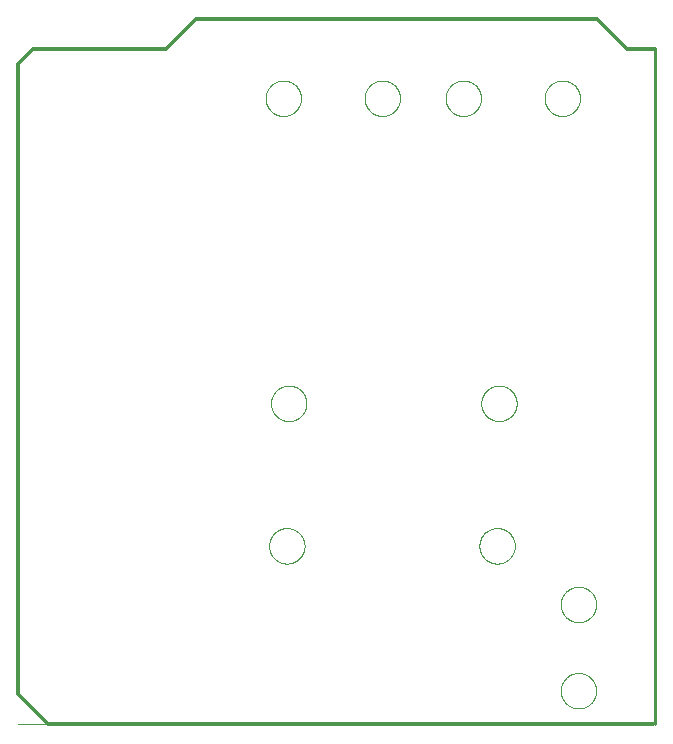
<source format=gtp>
G75*
%MOIN*%
%OFA0B0*%
%FSLAX25Y25*%
%IPPOS*%
%LPD*%
%AMOC8*
5,1,8,0,0,1.08239X$1,22.5*
%
%ADD10C,0.00000*%
%ADD11C,0.01000*%
%ADD12C,0.01200*%
D10*
X0005000Y0005000D02*
X0015000Y0005000D01*
X0208701Y0005000D01*
X0185959Y0016250D02*
X0185961Y0016403D01*
X0185967Y0016557D01*
X0185977Y0016710D01*
X0185991Y0016862D01*
X0186009Y0017015D01*
X0186031Y0017166D01*
X0186056Y0017317D01*
X0186086Y0017468D01*
X0186120Y0017618D01*
X0186157Y0017766D01*
X0186198Y0017914D01*
X0186243Y0018060D01*
X0186292Y0018206D01*
X0186345Y0018350D01*
X0186401Y0018492D01*
X0186461Y0018633D01*
X0186525Y0018773D01*
X0186592Y0018911D01*
X0186663Y0019047D01*
X0186738Y0019181D01*
X0186815Y0019313D01*
X0186897Y0019443D01*
X0186981Y0019571D01*
X0187069Y0019697D01*
X0187160Y0019820D01*
X0187254Y0019941D01*
X0187352Y0020059D01*
X0187452Y0020175D01*
X0187556Y0020288D01*
X0187662Y0020399D01*
X0187771Y0020507D01*
X0187883Y0020612D01*
X0187997Y0020713D01*
X0188115Y0020812D01*
X0188234Y0020908D01*
X0188356Y0021001D01*
X0188481Y0021090D01*
X0188608Y0021177D01*
X0188737Y0021259D01*
X0188868Y0021339D01*
X0189001Y0021415D01*
X0189136Y0021488D01*
X0189273Y0021557D01*
X0189412Y0021622D01*
X0189552Y0021684D01*
X0189694Y0021742D01*
X0189837Y0021797D01*
X0189982Y0021848D01*
X0190128Y0021895D01*
X0190275Y0021938D01*
X0190423Y0021977D01*
X0190572Y0022013D01*
X0190722Y0022044D01*
X0190873Y0022072D01*
X0191024Y0022096D01*
X0191177Y0022116D01*
X0191329Y0022132D01*
X0191482Y0022144D01*
X0191635Y0022152D01*
X0191788Y0022156D01*
X0191942Y0022156D01*
X0192095Y0022152D01*
X0192248Y0022144D01*
X0192401Y0022132D01*
X0192553Y0022116D01*
X0192706Y0022096D01*
X0192857Y0022072D01*
X0193008Y0022044D01*
X0193158Y0022013D01*
X0193307Y0021977D01*
X0193455Y0021938D01*
X0193602Y0021895D01*
X0193748Y0021848D01*
X0193893Y0021797D01*
X0194036Y0021742D01*
X0194178Y0021684D01*
X0194318Y0021622D01*
X0194457Y0021557D01*
X0194594Y0021488D01*
X0194729Y0021415D01*
X0194862Y0021339D01*
X0194993Y0021259D01*
X0195122Y0021177D01*
X0195249Y0021090D01*
X0195374Y0021001D01*
X0195496Y0020908D01*
X0195615Y0020812D01*
X0195733Y0020713D01*
X0195847Y0020612D01*
X0195959Y0020507D01*
X0196068Y0020399D01*
X0196174Y0020288D01*
X0196278Y0020175D01*
X0196378Y0020059D01*
X0196476Y0019941D01*
X0196570Y0019820D01*
X0196661Y0019697D01*
X0196749Y0019571D01*
X0196833Y0019443D01*
X0196915Y0019313D01*
X0196992Y0019181D01*
X0197067Y0019047D01*
X0197138Y0018911D01*
X0197205Y0018773D01*
X0197269Y0018633D01*
X0197329Y0018492D01*
X0197385Y0018350D01*
X0197438Y0018206D01*
X0197487Y0018060D01*
X0197532Y0017914D01*
X0197573Y0017766D01*
X0197610Y0017618D01*
X0197644Y0017468D01*
X0197674Y0017317D01*
X0197699Y0017166D01*
X0197721Y0017015D01*
X0197739Y0016862D01*
X0197753Y0016710D01*
X0197763Y0016557D01*
X0197769Y0016403D01*
X0197771Y0016250D01*
X0197769Y0016097D01*
X0197763Y0015943D01*
X0197753Y0015790D01*
X0197739Y0015638D01*
X0197721Y0015485D01*
X0197699Y0015334D01*
X0197674Y0015183D01*
X0197644Y0015032D01*
X0197610Y0014882D01*
X0197573Y0014734D01*
X0197532Y0014586D01*
X0197487Y0014440D01*
X0197438Y0014294D01*
X0197385Y0014150D01*
X0197329Y0014008D01*
X0197269Y0013867D01*
X0197205Y0013727D01*
X0197138Y0013589D01*
X0197067Y0013453D01*
X0196992Y0013319D01*
X0196915Y0013187D01*
X0196833Y0013057D01*
X0196749Y0012929D01*
X0196661Y0012803D01*
X0196570Y0012680D01*
X0196476Y0012559D01*
X0196378Y0012441D01*
X0196278Y0012325D01*
X0196174Y0012212D01*
X0196068Y0012101D01*
X0195959Y0011993D01*
X0195847Y0011888D01*
X0195733Y0011787D01*
X0195615Y0011688D01*
X0195496Y0011592D01*
X0195374Y0011499D01*
X0195249Y0011410D01*
X0195122Y0011323D01*
X0194993Y0011241D01*
X0194862Y0011161D01*
X0194729Y0011085D01*
X0194594Y0011012D01*
X0194457Y0010943D01*
X0194318Y0010878D01*
X0194178Y0010816D01*
X0194036Y0010758D01*
X0193893Y0010703D01*
X0193748Y0010652D01*
X0193602Y0010605D01*
X0193455Y0010562D01*
X0193307Y0010523D01*
X0193158Y0010487D01*
X0193008Y0010456D01*
X0192857Y0010428D01*
X0192706Y0010404D01*
X0192553Y0010384D01*
X0192401Y0010368D01*
X0192248Y0010356D01*
X0192095Y0010348D01*
X0191942Y0010344D01*
X0191788Y0010344D01*
X0191635Y0010348D01*
X0191482Y0010356D01*
X0191329Y0010368D01*
X0191177Y0010384D01*
X0191024Y0010404D01*
X0190873Y0010428D01*
X0190722Y0010456D01*
X0190572Y0010487D01*
X0190423Y0010523D01*
X0190275Y0010562D01*
X0190128Y0010605D01*
X0189982Y0010652D01*
X0189837Y0010703D01*
X0189694Y0010758D01*
X0189552Y0010816D01*
X0189412Y0010878D01*
X0189273Y0010943D01*
X0189136Y0011012D01*
X0189001Y0011085D01*
X0188868Y0011161D01*
X0188737Y0011241D01*
X0188608Y0011323D01*
X0188481Y0011410D01*
X0188356Y0011499D01*
X0188234Y0011592D01*
X0188115Y0011688D01*
X0187997Y0011787D01*
X0187883Y0011888D01*
X0187771Y0011993D01*
X0187662Y0012101D01*
X0187556Y0012212D01*
X0187452Y0012325D01*
X0187352Y0012441D01*
X0187254Y0012559D01*
X0187160Y0012680D01*
X0187069Y0012803D01*
X0186981Y0012929D01*
X0186897Y0013057D01*
X0186815Y0013187D01*
X0186738Y0013319D01*
X0186663Y0013453D01*
X0186592Y0013589D01*
X0186525Y0013727D01*
X0186461Y0013867D01*
X0186401Y0014008D01*
X0186345Y0014150D01*
X0186292Y0014294D01*
X0186243Y0014440D01*
X0186198Y0014586D01*
X0186157Y0014734D01*
X0186120Y0014882D01*
X0186086Y0015032D01*
X0186056Y0015183D01*
X0186031Y0015334D01*
X0186009Y0015485D01*
X0185991Y0015638D01*
X0185977Y0015790D01*
X0185967Y0015943D01*
X0185961Y0016097D01*
X0185959Y0016250D01*
X0185959Y0045000D02*
X0185961Y0045153D01*
X0185967Y0045307D01*
X0185977Y0045460D01*
X0185991Y0045612D01*
X0186009Y0045765D01*
X0186031Y0045916D01*
X0186056Y0046067D01*
X0186086Y0046218D01*
X0186120Y0046368D01*
X0186157Y0046516D01*
X0186198Y0046664D01*
X0186243Y0046810D01*
X0186292Y0046956D01*
X0186345Y0047100D01*
X0186401Y0047242D01*
X0186461Y0047383D01*
X0186525Y0047523D01*
X0186592Y0047661D01*
X0186663Y0047797D01*
X0186738Y0047931D01*
X0186815Y0048063D01*
X0186897Y0048193D01*
X0186981Y0048321D01*
X0187069Y0048447D01*
X0187160Y0048570D01*
X0187254Y0048691D01*
X0187352Y0048809D01*
X0187452Y0048925D01*
X0187556Y0049038D01*
X0187662Y0049149D01*
X0187771Y0049257D01*
X0187883Y0049362D01*
X0187997Y0049463D01*
X0188115Y0049562D01*
X0188234Y0049658D01*
X0188356Y0049751D01*
X0188481Y0049840D01*
X0188608Y0049927D01*
X0188737Y0050009D01*
X0188868Y0050089D01*
X0189001Y0050165D01*
X0189136Y0050238D01*
X0189273Y0050307D01*
X0189412Y0050372D01*
X0189552Y0050434D01*
X0189694Y0050492D01*
X0189837Y0050547D01*
X0189982Y0050598D01*
X0190128Y0050645D01*
X0190275Y0050688D01*
X0190423Y0050727D01*
X0190572Y0050763D01*
X0190722Y0050794D01*
X0190873Y0050822D01*
X0191024Y0050846D01*
X0191177Y0050866D01*
X0191329Y0050882D01*
X0191482Y0050894D01*
X0191635Y0050902D01*
X0191788Y0050906D01*
X0191942Y0050906D01*
X0192095Y0050902D01*
X0192248Y0050894D01*
X0192401Y0050882D01*
X0192553Y0050866D01*
X0192706Y0050846D01*
X0192857Y0050822D01*
X0193008Y0050794D01*
X0193158Y0050763D01*
X0193307Y0050727D01*
X0193455Y0050688D01*
X0193602Y0050645D01*
X0193748Y0050598D01*
X0193893Y0050547D01*
X0194036Y0050492D01*
X0194178Y0050434D01*
X0194318Y0050372D01*
X0194457Y0050307D01*
X0194594Y0050238D01*
X0194729Y0050165D01*
X0194862Y0050089D01*
X0194993Y0050009D01*
X0195122Y0049927D01*
X0195249Y0049840D01*
X0195374Y0049751D01*
X0195496Y0049658D01*
X0195615Y0049562D01*
X0195733Y0049463D01*
X0195847Y0049362D01*
X0195959Y0049257D01*
X0196068Y0049149D01*
X0196174Y0049038D01*
X0196278Y0048925D01*
X0196378Y0048809D01*
X0196476Y0048691D01*
X0196570Y0048570D01*
X0196661Y0048447D01*
X0196749Y0048321D01*
X0196833Y0048193D01*
X0196915Y0048063D01*
X0196992Y0047931D01*
X0197067Y0047797D01*
X0197138Y0047661D01*
X0197205Y0047523D01*
X0197269Y0047383D01*
X0197329Y0047242D01*
X0197385Y0047100D01*
X0197438Y0046956D01*
X0197487Y0046810D01*
X0197532Y0046664D01*
X0197573Y0046516D01*
X0197610Y0046368D01*
X0197644Y0046218D01*
X0197674Y0046067D01*
X0197699Y0045916D01*
X0197721Y0045765D01*
X0197739Y0045612D01*
X0197753Y0045460D01*
X0197763Y0045307D01*
X0197769Y0045153D01*
X0197771Y0045000D01*
X0197769Y0044847D01*
X0197763Y0044693D01*
X0197753Y0044540D01*
X0197739Y0044388D01*
X0197721Y0044235D01*
X0197699Y0044084D01*
X0197674Y0043933D01*
X0197644Y0043782D01*
X0197610Y0043632D01*
X0197573Y0043484D01*
X0197532Y0043336D01*
X0197487Y0043190D01*
X0197438Y0043044D01*
X0197385Y0042900D01*
X0197329Y0042758D01*
X0197269Y0042617D01*
X0197205Y0042477D01*
X0197138Y0042339D01*
X0197067Y0042203D01*
X0196992Y0042069D01*
X0196915Y0041937D01*
X0196833Y0041807D01*
X0196749Y0041679D01*
X0196661Y0041553D01*
X0196570Y0041430D01*
X0196476Y0041309D01*
X0196378Y0041191D01*
X0196278Y0041075D01*
X0196174Y0040962D01*
X0196068Y0040851D01*
X0195959Y0040743D01*
X0195847Y0040638D01*
X0195733Y0040537D01*
X0195615Y0040438D01*
X0195496Y0040342D01*
X0195374Y0040249D01*
X0195249Y0040160D01*
X0195122Y0040073D01*
X0194993Y0039991D01*
X0194862Y0039911D01*
X0194729Y0039835D01*
X0194594Y0039762D01*
X0194457Y0039693D01*
X0194318Y0039628D01*
X0194178Y0039566D01*
X0194036Y0039508D01*
X0193893Y0039453D01*
X0193748Y0039402D01*
X0193602Y0039355D01*
X0193455Y0039312D01*
X0193307Y0039273D01*
X0193158Y0039237D01*
X0193008Y0039206D01*
X0192857Y0039178D01*
X0192706Y0039154D01*
X0192553Y0039134D01*
X0192401Y0039118D01*
X0192248Y0039106D01*
X0192095Y0039098D01*
X0191942Y0039094D01*
X0191788Y0039094D01*
X0191635Y0039098D01*
X0191482Y0039106D01*
X0191329Y0039118D01*
X0191177Y0039134D01*
X0191024Y0039154D01*
X0190873Y0039178D01*
X0190722Y0039206D01*
X0190572Y0039237D01*
X0190423Y0039273D01*
X0190275Y0039312D01*
X0190128Y0039355D01*
X0189982Y0039402D01*
X0189837Y0039453D01*
X0189694Y0039508D01*
X0189552Y0039566D01*
X0189412Y0039628D01*
X0189273Y0039693D01*
X0189136Y0039762D01*
X0189001Y0039835D01*
X0188868Y0039911D01*
X0188737Y0039991D01*
X0188608Y0040073D01*
X0188481Y0040160D01*
X0188356Y0040249D01*
X0188234Y0040342D01*
X0188115Y0040438D01*
X0187997Y0040537D01*
X0187883Y0040638D01*
X0187771Y0040743D01*
X0187662Y0040851D01*
X0187556Y0040962D01*
X0187452Y0041075D01*
X0187352Y0041191D01*
X0187254Y0041309D01*
X0187160Y0041430D01*
X0187069Y0041553D01*
X0186981Y0041679D01*
X0186897Y0041807D01*
X0186815Y0041937D01*
X0186738Y0042069D01*
X0186663Y0042203D01*
X0186592Y0042339D01*
X0186525Y0042477D01*
X0186461Y0042617D01*
X0186401Y0042758D01*
X0186345Y0042900D01*
X0186292Y0043044D01*
X0186243Y0043190D01*
X0186198Y0043336D01*
X0186157Y0043484D01*
X0186120Y0043632D01*
X0186086Y0043782D01*
X0186056Y0043933D01*
X0186031Y0044084D01*
X0186009Y0044235D01*
X0185991Y0044388D01*
X0185977Y0044540D01*
X0185967Y0044693D01*
X0185961Y0044847D01*
X0185959Y0045000D01*
X0158848Y0064532D02*
X0158850Y0064685D01*
X0158856Y0064839D01*
X0158866Y0064992D01*
X0158880Y0065144D01*
X0158898Y0065297D01*
X0158920Y0065448D01*
X0158945Y0065599D01*
X0158975Y0065750D01*
X0159009Y0065900D01*
X0159046Y0066048D01*
X0159087Y0066196D01*
X0159132Y0066342D01*
X0159181Y0066488D01*
X0159234Y0066632D01*
X0159290Y0066774D01*
X0159350Y0066915D01*
X0159414Y0067055D01*
X0159481Y0067193D01*
X0159552Y0067329D01*
X0159627Y0067463D01*
X0159704Y0067595D01*
X0159786Y0067725D01*
X0159870Y0067853D01*
X0159958Y0067979D01*
X0160049Y0068102D01*
X0160143Y0068223D01*
X0160241Y0068341D01*
X0160341Y0068457D01*
X0160445Y0068570D01*
X0160551Y0068681D01*
X0160660Y0068789D01*
X0160772Y0068894D01*
X0160886Y0068995D01*
X0161004Y0069094D01*
X0161123Y0069190D01*
X0161245Y0069283D01*
X0161370Y0069372D01*
X0161497Y0069459D01*
X0161626Y0069541D01*
X0161757Y0069621D01*
X0161890Y0069697D01*
X0162025Y0069770D01*
X0162162Y0069839D01*
X0162301Y0069904D01*
X0162441Y0069966D01*
X0162583Y0070024D01*
X0162726Y0070079D01*
X0162871Y0070130D01*
X0163017Y0070177D01*
X0163164Y0070220D01*
X0163312Y0070259D01*
X0163461Y0070295D01*
X0163611Y0070326D01*
X0163762Y0070354D01*
X0163913Y0070378D01*
X0164066Y0070398D01*
X0164218Y0070414D01*
X0164371Y0070426D01*
X0164524Y0070434D01*
X0164677Y0070438D01*
X0164831Y0070438D01*
X0164984Y0070434D01*
X0165137Y0070426D01*
X0165290Y0070414D01*
X0165442Y0070398D01*
X0165595Y0070378D01*
X0165746Y0070354D01*
X0165897Y0070326D01*
X0166047Y0070295D01*
X0166196Y0070259D01*
X0166344Y0070220D01*
X0166491Y0070177D01*
X0166637Y0070130D01*
X0166782Y0070079D01*
X0166925Y0070024D01*
X0167067Y0069966D01*
X0167207Y0069904D01*
X0167346Y0069839D01*
X0167483Y0069770D01*
X0167618Y0069697D01*
X0167751Y0069621D01*
X0167882Y0069541D01*
X0168011Y0069459D01*
X0168138Y0069372D01*
X0168263Y0069283D01*
X0168385Y0069190D01*
X0168504Y0069094D01*
X0168622Y0068995D01*
X0168736Y0068894D01*
X0168848Y0068789D01*
X0168957Y0068681D01*
X0169063Y0068570D01*
X0169167Y0068457D01*
X0169267Y0068341D01*
X0169365Y0068223D01*
X0169459Y0068102D01*
X0169550Y0067979D01*
X0169638Y0067853D01*
X0169722Y0067725D01*
X0169804Y0067595D01*
X0169881Y0067463D01*
X0169956Y0067329D01*
X0170027Y0067193D01*
X0170094Y0067055D01*
X0170158Y0066915D01*
X0170218Y0066774D01*
X0170274Y0066632D01*
X0170327Y0066488D01*
X0170376Y0066342D01*
X0170421Y0066196D01*
X0170462Y0066048D01*
X0170499Y0065900D01*
X0170533Y0065750D01*
X0170563Y0065599D01*
X0170588Y0065448D01*
X0170610Y0065297D01*
X0170628Y0065144D01*
X0170642Y0064992D01*
X0170652Y0064839D01*
X0170658Y0064685D01*
X0170660Y0064532D01*
X0170658Y0064379D01*
X0170652Y0064225D01*
X0170642Y0064072D01*
X0170628Y0063920D01*
X0170610Y0063767D01*
X0170588Y0063616D01*
X0170563Y0063465D01*
X0170533Y0063314D01*
X0170499Y0063164D01*
X0170462Y0063016D01*
X0170421Y0062868D01*
X0170376Y0062722D01*
X0170327Y0062576D01*
X0170274Y0062432D01*
X0170218Y0062290D01*
X0170158Y0062149D01*
X0170094Y0062009D01*
X0170027Y0061871D01*
X0169956Y0061735D01*
X0169881Y0061601D01*
X0169804Y0061469D01*
X0169722Y0061339D01*
X0169638Y0061211D01*
X0169550Y0061085D01*
X0169459Y0060962D01*
X0169365Y0060841D01*
X0169267Y0060723D01*
X0169167Y0060607D01*
X0169063Y0060494D01*
X0168957Y0060383D01*
X0168848Y0060275D01*
X0168736Y0060170D01*
X0168622Y0060069D01*
X0168504Y0059970D01*
X0168385Y0059874D01*
X0168263Y0059781D01*
X0168138Y0059692D01*
X0168011Y0059605D01*
X0167882Y0059523D01*
X0167751Y0059443D01*
X0167618Y0059367D01*
X0167483Y0059294D01*
X0167346Y0059225D01*
X0167207Y0059160D01*
X0167067Y0059098D01*
X0166925Y0059040D01*
X0166782Y0058985D01*
X0166637Y0058934D01*
X0166491Y0058887D01*
X0166344Y0058844D01*
X0166196Y0058805D01*
X0166047Y0058769D01*
X0165897Y0058738D01*
X0165746Y0058710D01*
X0165595Y0058686D01*
X0165442Y0058666D01*
X0165290Y0058650D01*
X0165137Y0058638D01*
X0164984Y0058630D01*
X0164831Y0058626D01*
X0164677Y0058626D01*
X0164524Y0058630D01*
X0164371Y0058638D01*
X0164218Y0058650D01*
X0164066Y0058666D01*
X0163913Y0058686D01*
X0163762Y0058710D01*
X0163611Y0058738D01*
X0163461Y0058769D01*
X0163312Y0058805D01*
X0163164Y0058844D01*
X0163017Y0058887D01*
X0162871Y0058934D01*
X0162726Y0058985D01*
X0162583Y0059040D01*
X0162441Y0059098D01*
X0162301Y0059160D01*
X0162162Y0059225D01*
X0162025Y0059294D01*
X0161890Y0059367D01*
X0161757Y0059443D01*
X0161626Y0059523D01*
X0161497Y0059605D01*
X0161370Y0059692D01*
X0161245Y0059781D01*
X0161123Y0059874D01*
X0161004Y0059970D01*
X0160886Y0060069D01*
X0160772Y0060170D01*
X0160660Y0060275D01*
X0160551Y0060383D01*
X0160445Y0060494D01*
X0160341Y0060607D01*
X0160241Y0060723D01*
X0160143Y0060841D01*
X0160049Y0060962D01*
X0159958Y0061085D01*
X0159870Y0061211D01*
X0159786Y0061339D01*
X0159704Y0061469D01*
X0159627Y0061601D01*
X0159552Y0061735D01*
X0159481Y0061871D01*
X0159414Y0062009D01*
X0159350Y0062149D01*
X0159290Y0062290D01*
X0159234Y0062432D01*
X0159181Y0062576D01*
X0159132Y0062722D01*
X0159087Y0062868D01*
X0159046Y0063016D01*
X0159009Y0063164D01*
X0158975Y0063314D01*
X0158945Y0063465D01*
X0158920Y0063616D01*
X0158898Y0063767D01*
X0158880Y0063920D01*
X0158866Y0064072D01*
X0158856Y0064225D01*
X0158850Y0064379D01*
X0158848Y0064532D01*
X0159473Y0112032D02*
X0159475Y0112185D01*
X0159481Y0112339D01*
X0159491Y0112492D01*
X0159505Y0112644D01*
X0159523Y0112797D01*
X0159545Y0112948D01*
X0159570Y0113099D01*
X0159600Y0113250D01*
X0159634Y0113400D01*
X0159671Y0113548D01*
X0159712Y0113696D01*
X0159757Y0113842D01*
X0159806Y0113988D01*
X0159859Y0114132D01*
X0159915Y0114274D01*
X0159975Y0114415D01*
X0160039Y0114555D01*
X0160106Y0114693D01*
X0160177Y0114829D01*
X0160252Y0114963D01*
X0160329Y0115095D01*
X0160411Y0115225D01*
X0160495Y0115353D01*
X0160583Y0115479D01*
X0160674Y0115602D01*
X0160768Y0115723D01*
X0160866Y0115841D01*
X0160966Y0115957D01*
X0161070Y0116070D01*
X0161176Y0116181D01*
X0161285Y0116289D01*
X0161397Y0116394D01*
X0161511Y0116495D01*
X0161629Y0116594D01*
X0161748Y0116690D01*
X0161870Y0116783D01*
X0161995Y0116872D01*
X0162122Y0116959D01*
X0162251Y0117041D01*
X0162382Y0117121D01*
X0162515Y0117197D01*
X0162650Y0117270D01*
X0162787Y0117339D01*
X0162926Y0117404D01*
X0163066Y0117466D01*
X0163208Y0117524D01*
X0163351Y0117579D01*
X0163496Y0117630D01*
X0163642Y0117677D01*
X0163789Y0117720D01*
X0163937Y0117759D01*
X0164086Y0117795D01*
X0164236Y0117826D01*
X0164387Y0117854D01*
X0164538Y0117878D01*
X0164691Y0117898D01*
X0164843Y0117914D01*
X0164996Y0117926D01*
X0165149Y0117934D01*
X0165302Y0117938D01*
X0165456Y0117938D01*
X0165609Y0117934D01*
X0165762Y0117926D01*
X0165915Y0117914D01*
X0166067Y0117898D01*
X0166220Y0117878D01*
X0166371Y0117854D01*
X0166522Y0117826D01*
X0166672Y0117795D01*
X0166821Y0117759D01*
X0166969Y0117720D01*
X0167116Y0117677D01*
X0167262Y0117630D01*
X0167407Y0117579D01*
X0167550Y0117524D01*
X0167692Y0117466D01*
X0167832Y0117404D01*
X0167971Y0117339D01*
X0168108Y0117270D01*
X0168243Y0117197D01*
X0168376Y0117121D01*
X0168507Y0117041D01*
X0168636Y0116959D01*
X0168763Y0116872D01*
X0168888Y0116783D01*
X0169010Y0116690D01*
X0169129Y0116594D01*
X0169247Y0116495D01*
X0169361Y0116394D01*
X0169473Y0116289D01*
X0169582Y0116181D01*
X0169688Y0116070D01*
X0169792Y0115957D01*
X0169892Y0115841D01*
X0169990Y0115723D01*
X0170084Y0115602D01*
X0170175Y0115479D01*
X0170263Y0115353D01*
X0170347Y0115225D01*
X0170429Y0115095D01*
X0170506Y0114963D01*
X0170581Y0114829D01*
X0170652Y0114693D01*
X0170719Y0114555D01*
X0170783Y0114415D01*
X0170843Y0114274D01*
X0170899Y0114132D01*
X0170952Y0113988D01*
X0171001Y0113842D01*
X0171046Y0113696D01*
X0171087Y0113548D01*
X0171124Y0113400D01*
X0171158Y0113250D01*
X0171188Y0113099D01*
X0171213Y0112948D01*
X0171235Y0112797D01*
X0171253Y0112644D01*
X0171267Y0112492D01*
X0171277Y0112339D01*
X0171283Y0112185D01*
X0171285Y0112032D01*
X0171283Y0111879D01*
X0171277Y0111725D01*
X0171267Y0111572D01*
X0171253Y0111420D01*
X0171235Y0111267D01*
X0171213Y0111116D01*
X0171188Y0110965D01*
X0171158Y0110814D01*
X0171124Y0110664D01*
X0171087Y0110516D01*
X0171046Y0110368D01*
X0171001Y0110222D01*
X0170952Y0110076D01*
X0170899Y0109932D01*
X0170843Y0109790D01*
X0170783Y0109649D01*
X0170719Y0109509D01*
X0170652Y0109371D01*
X0170581Y0109235D01*
X0170506Y0109101D01*
X0170429Y0108969D01*
X0170347Y0108839D01*
X0170263Y0108711D01*
X0170175Y0108585D01*
X0170084Y0108462D01*
X0169990Y0108341D01*
X0169892Y0108223D01*
X0169792Y0108107D01*
X0169688Y0107994D01*
X0169582Y0107883D01*
X0169473Y0107775D01*
X0169361Y0107670D01*
X0169247Y0107569D01*
X0169129Y0107470D01*
X0169010Y0107374D01*
X0168888Y0107281D01*
X0168763Y0107192D01*
X0168636Y0107105D01*
X0168507Y0107023D01*
X0168376Y0106943D01*
X0168243Y0106867D01*
X0168108Y0106794D01*
X0167971Y0106725D01*
X0167832Y0106660D01*
X0167692Y0106598D01*
X0167550Y0106540D01*
X0167407Y0106485D01*
X0167262Y0106434D01*
X0167116Y0106387D01*
X0166969Y0106344D01*
X0166821Y0106305D01*
X0166672Y0106269D01*
X0166522Y0106238D01*
X0166371Y0106210D01*
X0166220Y0106186D01*
X0166067Y0106166D01*
X0165915Y0106150D01*
X0165762Y0106138D01*
X0165609Y0106130D01*
X0165456Y0106126D01*
X0165302Y0106126D01*
X0165149Y0106130D01*
X0164996Y0106138D01*
X0164843Y0106150D01*
X0164691Y0106166D01*
X0164538Y0106186D01*
X0164387Y0106210D01*
X0164236Y0106238D01*
X0164086Y0106269D01*
X0163937Y0106305D01*
X0163789Y0106344D01*
X0163642Y0106387D01*
X0163496Y0106434D01*
X0163351Y0106485D01*
X0163208Y0106540D01*
X0163066Y0106598D01*
X0162926Y0106660D01*
X0162787Y0106725D01*
X0162650Y0106794D01*
X0162515Y0106867D01*
X0162382Y0106943D01*
X0162251Y0107023D01*
X0162122Y0107105D01*
X0161995Y0107192D01*
X0161870Y0107281D01*
X0161748Y0107374D01*
X0161629Y0107470D01*
X0161511Y0107569D01*
X0161397Y0107670D01*
X0161285Y0107775D01*
X0161176Y0107883D01*
X0161070Y0107994D01*
X0160966Y0108107D01*
X0160866Y0108223D01*
X0160768Y0108341D01*
X0160674Y0108462D01*
X0160583Y0108585D01*
X0160495Y0108711D01*
X0160411Y0108839D01*
X0160329Y0108969D01*
X0160252Y0109101D01*
X0160177Y0109235D01*
X0160106Y0109371D01*
X0160039Y0109509D01*
X0159975Y0109649D01*
X0159915Y0109790D01*
X0159859Y0109932D01*
X0159806Y0110076D01*
X0159757Y0110222D01*
X0159712Y0110368D01*
X0159671Y0110516D01*
X0159634Y0110664D01*
X0159600Y0110814D01*
X0159570Y0110965D01*
X0159545Y0111116D01*
X0159523Y0111267D01*
X0159505Y0111420D01*
X0159491Y0111572D01*
X0159481Y0111725D01*
X0159475Y0111879D01*
X0159473Y0112032D01*
X0089394Y0112032D02*
X0089396Y0112185D01*
X0089402Y0112339D01*
X0089412Y0112492D01*
X0089426Y0112644D01*
X0089444Y0112797D01*
X0089466Y0112948D01*
X0089491Y0113099D01*
X0089521Y0113250D01*
X0089555Y0113400D01*
X0089592Y0113548D01*
X0089633Y0113696D01*
X0089678Y0113842D01*
X0089727Y0113988D01*
X0089780Y0114132D01*
X0089836Y0114274D01*
X0089896Y0114415D01*
X0089960Y0114555D01*
X0090027Y0114693D01*
X0090098Y0114829D01*
X0090173Y0114963D01*
X0090250Y0115095D01*
X0090332Y0115225D01*
X0090416Y0115353D01*
X0090504Y0115479D01*
X0090595Y0115602D01*
X0090689Y0115723D01*
X0090787Y0115841D01*
X0090887Y0115957D01*
X0090991Y0116070D01*
X0091097Y0116181D01*
X0091206Y0116289D01*
X0091318Y0116394D01*
X0091432Y0116495D01*
X0091550Y0116594D01*
X0091669Y0116690D01*
X0091791Y0116783D01*
X0091916Y0116872D01*
X0092043Y0116959D01*
X0092172Y0117041D01*
X0092303Y0117121D01*
X0092436Y0117197D01*
X0092571Y0117270D01*
X0092708Y0117339D01*
X0092847Y0117404D01*
X0092987Y0117466D01*
X0093129Y0117524D01*
X0093272Y0117579D01*
X0093417Y0117630D01*
X0093563Y0117677D01*
X0093710Y0117720D01*
X0093858Y0117759D01*
X0094007Y0117795D01*
X0094157Y0117826D01*
X0094308Y0117854D01*
X0094459Y0117878D01*
X0094612Y0117898D01*
X0094764Y0117914D01*
X0094917Y0117926D01*
X0095070Y0117934D01*
X0095223Y0117938D01*
X0095377Y0117938D01*
X0095530Y0117934D01*
X0095683Y0117926D01*
X0095836Y0117914D01*
X0095988Y0117898D01*
X0096141Y0117878D01*
X0096292Y0117854D01*
X0096443Y0117826D01*
X0096593Y0117795D01*
X0096742Y0117759D01*
X0096890Y0117720D01*
X0097037Y0117677D01*
X0097183Y0117630D01*
X0097328Y0117579D01*
X0097471Y0117524D01*
X0097613Y0117466D01*
X0097753Y0117404D01*
X0097892Y0117339D01*
X0098029Y0117270D01*
X0098164Y0117197D01*
X0098297Y0117121D01*
X0098428Y0117041D01*
X0098557Y0116959D01*
X0098684Y0116872D01*
X0098809Y0116783D01*
X0098931Y0116690D01*
X0099050Y0116594D01*
X0099168Y0116495D01*
X0099282Y0116394D01*
X0099394Y0116289D01*
X0099503Y0116181D01*
X0099609Y0116070D01*
X0099713Y0115957D01*
X0099813Y0115841D01*
X0099911Y0115723D01*
X0100005Y0115602D01*
X0100096Y0115479D01*
X0100184Y0115353D01*
X0100268Y0115225D01*
X0100350Y0115095D01*
X0100427Y0114963D01*
X0100502Y0114829D01*
X0100573Y0114693D01*
X0100640Y0114555D01*
X0100704Y0114415D01*
X0100764Y0114274D01*
X0100820Y0114132D01*
X0100873Y0113988D01*
X0100922Y0113842D01*
X0100967Y0113696D01*
X0101008Y0113548D01*
X0101045Y0113400D01*
X0101079Y0113250D01*
X0101109Y0113099D01*
X0101134Y0112948D01*
X0101156Y0112797D01*
X0101174Y0112644D01*
X0101188Y0112492D01*
X0101198Y0112339D01*
X0101204Y0112185D01*
X0101206Y0112032D01*
X0101204Y0111879D01*
X0101198Y0111725D01*
X0101188Y0111572D01*
X0101174Y0111420D01*
X0101156Y0111267D01*
X0101134Y0111116D01*
X0101109Y0110965D01*
X0101079Y0110814D01*
X0101045Y0110664D01*
X0101008Y0110516D01*
X0100967Y0110368D01*
X0100922Y0110222D01*
X0100873Y0110076D01*
X0100820Y0109932D01*
X0100764Y0109790D01*
X0100704Y0109649D01*
X0100640Y0109509D01*
X0100573Y0109371D01*
X0100502Y0109235D01*
X0100427Y0109101D01*
X0100350Y0108969D01*
X0100268Y0108839D01*
X0100184Y0108711D01*
X0100096Y0108585D01*
X0100005Y0108462D01*
X0099911Y0108341D01*
X0099813Y0108223D01*
X0099713Y0108107D01*
X0099609Y0107994D01*
X0099503Y0107883D01*
X0099394Y0107775D01*
X0099282Y0107670D01*
X0099168Y0107569D01*
X0099050Y0107470D01*
X0098931Y0107374D01*
X0098809Y0107281D01*
X0098684Y0107192D01*
X0098557Y0107105D01*
X0098428Y0107023D01*
X0098297Y0106943D01*
X0098164Y0106867D01*
X0098029Y0106794D01*
X0097892Y0106725D01*
X0097753Y0106660D01*
X0097613Y0106598D01*
X0097471Y0106540D01*
X0097328Y0106485D01*
X0097183Y0106434D01*
X0097037Y0106387D01*
X0096890Y0106344D01*
X0096742Y0106305D01*
X0096593Y0106269D01*
X0096443Y0106238D01*
X0096292Y0106210D01*
X0096141Y0106186D01*
X0095988Y0106166D01*
X0095836Y0106150D01*
X0095683Y0106138D01*
X0095530Y0106130D01*
X0095377Y0106126D01*
X0095223Y0106126D01*
X0095070Y0106130D01*
X0094917Y0106138D01*
X0094764Y0106150D01*
X0094612Y0106166D01*
X0094459Y0106186D01*
X0094308Y0106210D01*
X0094157Y0106238D01*
X0094007Y0106269D01*
X0093858Y0106305D01*
X0093710Y0106344D01*
X0093563Y0106387D01*
X0093417Y0106434D01*
X0093272Y0106485D01*
X0093129Y0106540D01*
X0092987Y0106598D01*
X0092847Y0106660D01*
X0092708Y0106725D01*
X0092571Y0106794D01*
X0092436Y0106867D01*
X0092303Y0106943D01*
X0092172Y0107023D01*
X0092043Y0107105D01*
X0091916Y0107192D01*
X0091791Y0107281D01*
X0091669Y0107374D01*
X0091550Y0107470D01*
X0091432Y0107569D01*
X0091318Y0107670D01*
X0091206Y0107775D01*
X0091097Y0107883D01*
X0090991Y0107994D01*
X0090887Y0108107D01*
X0090787Y0108223D01*
X0090689Y0108341D01*
X0090595Y0108462D01*
X0090504Y0108585D01*
X0090416Y0108711D01*
X0090332Y0108839D01*
X0090250Y0108969D01*
X0090173Y0109101D01*
X0090098Y0109235D01*
X0090027Y0109371D01*
X0089960Y0109509D01*
X0089896Y0109649D01*
X0089836Y0109790D01*
X0089780Y0109932D01*
X0089727Y0110076D01*
X0089678Y0110222D01*
X0089633Y0110368D01*
X0089592Y0110516D01*
X0089555Y0110664D01*
X0089521Y0110814D01*
X0089491Y0110965D01*
X0089466Y0111116D01*
X0089444Y0111267D01*
X0089426Y0111420D01*
X0089412Y0111572D01*
X0089402Y0111725D01*
X0089396Y0111879D01*
X0089394Y0112032D01*
X0088769Y0064532D02*
X0088771Y0064685D01*
X0088777Y0064839D01*
X0088787Y0064992D01*
X0088801Y0065144D01*
X0088819Y0065297D01*
X0088841Y0065448D01*
X0088866Y0065599D01*
X0088896Y0065750D01*
X0088930Y0065900D01*
X0088967Y0066048D01*
X0089008Y0066196D01*
X0089053Y0066342D01*
X0089102Y0066488D01*
X0089155Y0066632D01*
X0089211Y0066774D01*
X0089271Y0066915D01*
X0089335Y0067055D01*
X0089402Y0067193D01*
X0089473Y0067329D01*
X0089548Y0067463D01*
X0089625Y0067595D01*
X0089707Y0067725D01*
X0089791Y0067853D01*
X0089879Y0067979D01*
X0089970Y0068102D01*
X0090064Y0068223D01*
X0090162Y0068341D01*
X0090262Y0068457D01*
X0090366Y0068570D01*
X0090472Y0068681D01*
X0090581Y0068789D01*
X0090693Y0068894D01*
X0090807Y0068995D01*
X0090925Y0069094D01*
X0091044Y0069190D01*
X0091166Y0069283D01*
X0091291Y0069372D01*
X0091418Y0069459D01*
X0091547Y0069541D01*
X0091678Y0069621D01*
X0091811Y0069697D01*
X0091946Y0069770D01*
X0092083Y0069839D01*
X0092222Y0069904D01*
X0092362Y0069966D01*
X0092504Y0070024D01*
X0092647Y0070079D01*
X0092792Y0070130D01*
X0092938Y0070177D01*
X0093085Y0070220D01*
X0093233Y0070259D01*
X0093382Y0070295D01*
X0093532Y0070326D01*
X0093683Y0070354D01*
X0093834Y0070378D01*
X0093987Y0070398D01*
X0094139Y0070414D01*
X0094292Y0070426D01*
X0094445Y0070434D01*
X0094598Y0070438D01*
X0094752Y0070438D01*
X0094905Y0070434D01*
X0095058Y0070426D01*
X0095211Y0070414D01*
X0095363Y0070398D01*
X0095516Y0070378D01*
X0095667Y0070354D01*
X0095818Y0070326D01*
X0095968Y0070295D01*
X0096117Y0070259D01*
X0096265Y0070220D01*
X0096412Y0070177D01*
X0096558Y0070130D01*
X0096703Y0070079D01*
X0096846Y0070024D01*
X0096988Y0069966D01*
X0097128Y0069904D01*
X0097267Y0069839D01*
X0097404Y0069770D01*
X0097539Y0069697D01*
X0097672Y0069621D01*
X0097803Y0069541D01*
X0097932Y0069459D01*
X0098059Y0069372D01*
X0098184Y0069283D01*
X0098306Y0069190D01*
X0098425Y0069094D01*
X0098543Y0068995D01*
X0098657Y0068894D01*
X0098769Y0068789D01*
X0098878Y0068681D01*
X0098984Y0068570D01*
X0099088Y0068457D01*
X0099188Y0068341D01*
X0099286Y0068223D01*
X0099380Y0068102D01*
X0099471Y0067979D01*
X0099559Y0067853D01*
X0099643Y0067725D01*
X0099725Y0067595D01*
X0099802Y0067463D01*
X0099877Y0067329D01*
X0099948Y0067193D01*
X0100015Y0067055D01*
X0100079Y0066915D01*
X0100139Y0066774D01*
X0100195Y0066632D01*
X0100248Y0066488D01*
X0100297Y0066342D01*
X0100342Y0066196D01*
X0100383Y0066048D01*
X0100420Y0065900D01*
X0100454Y0065750D01*
X0100484Y0065599D01*
X0100509Y0065448D01*
X0100531Y0065297D01*
X0100549Y0065144D01*
X0100563Y0064992D01*
X0100573Y0064839D01*
X0100579Y0064685D01*
X0100581Y0064532D01*
X0100579Y0064379D01*
X0100573Y0064225D01*
X0100563Y0064072D01*
X0100549Y0063920D01*
X0100531Y0063767D01*
X0100509Y0063616D01*
X0100484Y0063465D01*
X0100454Y0063314D01*
X0100420Y0063164D01*
X0100383Y0063016D01*
X0100342Y0062868D01*
X0100297Y0062722D01*
X0100248Y0062576D01*
X0100195Y0062432D01*
X0100139Y0062290D01*
X0100079Y0062149D01*
X0100015Y0062009D01*
X0099948Y0061871D01*
X0099877Y0061735D01*
X0099802Y0061601D01*
X0099725Y0061469D01*
X0099643Y0061339D01*
X0099559Y0061211D01*
X0099471Y0061085D01*
X0099380Y0060962D01*
X0099286Y0060841D01*
X0099188Y0060723D01*
X0099088Y0060607D01*
X0098984Y0060494D01*
X0098878Y0060383D01*
X0098769Y0060275D01*
X0098657Y0060170D01*
X0098543Y0060069D01*
X0098425Y0059970D01*
X0098306Y0059874D01*
X0098184Y0059781D01*
X0098059Y0059692D01*
X0097932Y0059605D01*
X0097803Y0059523D01*
X0097672Y0059443D01*
X0097539Y0059367D01*
X0097404Y0059294D01*
X0097267Y0059225D01*
X0097128Y0059160D01*
X0096988Y0059098D01*
X0096846Y0059040D01*
X0096703Y0058985D01*
X0096558Y0058934D01*
X0096412Y0058887D01*
X0096265Y0058844D01*
X0096117Y0058805D01*
X0095968Y0058769D01*
X0095818Y0058738D01*
X0095667Y0058710D01*
X0095516Y0058686D01*
X0095363Y0058666D01*
X0095211Y0058650D01*
X0095058Y0058638D01*
X0094905Y0058630D01*
X0094752Y0058626D01*
X0094598Y0058626D01*
X0094445Y0058630D01*
X0094292Y0058638D01*
X0094139Y0058650D01*
X0093987Y0058666D01*
X0093834Y0058686D01*
X0093683Y0058710D01*
X0093532Y0058738D01*
X0093382Y0058769D01*
X0093233Y0058805D01*
X0093085Y0058844D01*
X0092938Y0058887D01*
X0092792Y0058934D01*
X0092647Y0058985D01*
X0092504Y0059040D01*
X0092362Y0059098D01*
X0092222Y0059160D01*
X0092083Y0059225D01*
X0091946Y0059294D01*
X0091811Y0059367D01*
X0091678Y0059443D01*
X0091547Y0059523D01*
X0091418Y0059605D01*
X0091291Y0059692D01*
X0091166Y0059781D01*
X0091044Y0059874D01*
X0090925Y0059970D01*
X0090807Y0060069D01*
X0090693Y0060170D01*
X0090581Y0060275D01*
X0090472Y0060383D01*
X0090366Y0060494D01*
X0090262Y0060607D01*
X0090162Y0060723D01*
X0090064Y0060841D01*
X0089970Y0060962D01*
X0089879Y0061085D01*
X0089791Y0061211D01*
X0089707Y0061339D01*
X0089625Y0061469D01*
X0089548Y0061601D01*
X0089473Y0061735D01*
X0089402Y0061871D01*
X0089335Y0062009D01*
X0089271Y0062149D01*
X0089211Y0062290D01*
X0089155Y0062432D01*
X0089102Y0062576D01*
X0089053Y0062722D01*
X0089008Y0062868D01*
X0088967Y0063016D01*
X0088930Y0063164D01*
X0088896Y0063314D01*
X0088866Y0063465D01*
X0088841Y0063616D01*
X0088819Y0063767D01*
X0088801Y0063920D01*
X0088787Y0064072D01*
X0088777Y0064225D01*
X0088771Y0064379D01*
X0088769Y0064532D01*
X0087594Y0213740D02*
X0087596Y0213893D01*
X0087602Y0214047D01*
X0087612Y0214200D01*
X0087626Y0214352D01*
X0087644Y0214505D01*
X0087666Y0214656D01*
X0087691Y0214807D01*
X0087721Y0214958D01*
X0087755Y0215108D01*
X0087792Y0215256D01*
X0087833Y0215404D01*
X0087878Y0215550D01*
X0087927Y0215696D01*
X0087980Y0215840D01*
X0088036Y0215982D01*
X0088096Y0216123D01*
X0088160Y0216263D01*
X0088227Y0216401D01*
X0088298Y0216537D01*
X0088373Y0216671D01*
X0088450Y0216803D01*
X0088532Y0216933D01*
X0088616Y0217061D01*
X0088704Y0217187D01*
X0088795Y0217310D01*
X0088889Y0217431D01*
X0088987Y0217549D01*
X0089087Y0217665D01*
X0089191Y0217778D01*
X0089297Y0217889D01*
X0089406Y0217997D01*
X0089518Y0218102D01*
X0089632Y0218203D01*
X0089750Y0218302D01*
X0089869Y0218398D01*
X0089991Y0218491D01*
X0090116Y0218580D01*
X0090243Y0218667D01*
X0090372Y0218749D01*
X0090503Y0218829D01*
X0090636Y0218905D01*
X0090771Y0218978D01*
X0090908Y0219047D01*
X0091047Y0219112D01*
X0091187Y0219174D01*
X0091329Y0219232D01*
X0091472Y0219287D01*
X0091617Y0219338D01*
X0091763Y0219385D01*
X0091910Y0219428D01*
X0092058Y0219467D01*
X0092207Y0219503D01*
X0092357Y0219534D01*
X0092508Y0219562D01*
X0092659Y0219586D01*
X0092812Y0219606D01*
X0092964Y0219622D01*
X0093117Y0219634D01*
X0093270Y0219642D01*
X0093423Y0219646D01*
X0093577Y0219646D01*
X0093730Y0219642D01*
X0093883Y0219634D01*
X0094036Y0219622D01*
X0094188Y0219606D01*
X0094341Y0219586D01*
X0094492Y0219562D01*
X0094643Y0219534D01*
X0094793Y0219503D01*
X0094942Y0219467D01*
X0095090Y0219428D01*
X0095237Y0219385D01*
X0095383Y0219338D01*
X0095528Y0219287D01*
X0095671Y0219232D01*
X0095813Y0219174D01*
X0095953Y0219112D01*
X0096092Y0219047D01*
X0096229Y0218978D01*
X0096364Y0218905D01*
X0096497Y0218829D01*
X0096628Y0218749D01*
X0096757Y0218667D01*
X0096884Y0218580D01*
X0097009Y0218491D01*
X0097131Y0218398D01*
X0097250Y0218302D01*
X0097368Y0218203D01*
X0097482Y0218102D01*
X0097594Y0217997D01*
X0097703Y0217889D01*
X0097809Y0217778D01*
X0097913Y0217665D01*
X0098013Y0217549D01*
X0098111Y0217431D01*
X0098205Y0217310D01*
X0098296Y0217187D01*
X0098384Y0217061D01*
X0098468Y0216933D01*
X0098550Y0216803D01*
X0098627Y0216671D01*
X0098702Y0216537D01*
X0098773Y0216401D01*
X0098840Y0216263D01*
X0098904Y0216123D01*
X0098964Y0215982D01*
X0099020Y0215840D01*
X0099073Y0215696D01*
X0099122Y0215550D01*
X0099167Y0215404D01*
X0099208Y0215256D01*
X0099245Y0215108D01*
X0099279Y0214958D01*
X0099309Y0214807D01*
X0099334Y0214656D01*
X0099356Y0214505D01*
X0099374Y0214352D01*
X0099388Y0214200D01*
X0099398Y0214047D01*
X0099404Y0213893D01*
X0099406Y0213740D01*
X0099404Y0213587D01*
X0099398Y0213433D01*
X0099388Y0213280D01*
X0099374Y0213128D01*
X0099356Y0212975D01*
X0099334Y0212824D01*
X0099309Y0212673D01*
X0099279Y0212522D01*
X0099245Y0212372D01*
X0099208Y0212224D01*
X0099167Y0212076D01*
X0099122Y0211930D01*
X0099073Y0211784D01*
X0099020Y0211640D01*
X0098964Y0211498D01*
X0098904Y0211357D01*
X0098840Y0211217D01*
X0098773Y0211079D01*
X0098702Y0210943D01*
X0098627Y0210809D01*
X0098550Y0210677D01*
X0098468Y0210547D01*
X0098384Y0210419D01*
X0098296Y0210293D01*
X0098205Y0210170D01*
X0098111Y0210049D01*
X0098013Y0209931D01*
X0097913Y0209815D01*
X0097809Y0209702D01*
X0097703Y0209591D01*
X0097594Y0209483D01*
X0097482Y0209378D01*
X0097368Y0209277D01*
X0097250Y0209178D01*
X0097131Y0209082D01*
X0097009Y0208989D01*
X0096884Y0208900D01*
X0096757Y0208813D01*
X0096628Y0208731D01*
X0096497Y0208651D01*
X0096364Y0208575D01*
X0096229Y0208502D01*
X0096092Y0208433D01*
X0095953Y0208368D01*
X0095813Y0208306D01*
X0095671Y0208248D01*
X0095528Y0208193D01*
X0095383Y0208142D01*
X0095237Y0208095D01*
X0095090Y0208052D01*
X0094942Y0208013D01*
X0094793Y0207977D01*
X0094643Y0207946D01*
X0094492Y0207918D01*
X0094341Y0207894D01*
X0094188Y0207874D01*
X0094036Y0207858D01*
X0093883Y0207846D01*
X0093730Y0207838D01*
X0093577Y0207834D01*
X0093423Y0207834D01*
X0093270Y0207838D01*
X0093117Y0207846D01*
X0092964Y0207858D01*
X0092812Y0207874D01*
X0092659Y0207894D01*
X0092508Y0207918D01*
X0092357Y0207946D01*
X0092207Y0207977D01*
X0092058Y0208013D01*
X0091910Y0208052D01*
X0091763Y0208095D01*
X0091617Y0208142D01*
X0091472Y0208193D01*
X0091329Y0208248D01*
X0091187Y0208306D01*
X0091047Y0208368D01*
X0090908Y0208433D01*
X0090771Y0208502D01*
X0090636Y0208575D01*
X0090503Y0208651D01*
X0090372Y0208731D01*
X0090243Y0208813D01*
X0090116Y0208900D01*
X0089991Y0208989D01*
X0089869Y0209082D01*
X0089750Y0209178D01*
X0089632Y0209277D01*
X0089518Y0209378D01*
X0089406Y0209483D01*
X0089297Y0209591D01*
X0089191Y0209702D01*
X0089087Y0209815D01*
X0088987Y0209931D01*
X0088889Y0210049D01*
X0088795Y0210170D01*
X0088704Y0210293D01*
X0088616Y0210419D01*
X0088532Y0210547D01*
X0088450Y0210677D01*
X0088373Y0210809D01*
X0088298Y0210943D01*
X0088227Y0211079D01*
X0088160Y0211217D01*
X0088096Y0211357D01*
X0088036Y0211498D01*
X0087980Y0211640D01*
X0087927Y0211784D01*
X0087878Y0211930D01*
X0087833Y0212076D01*
X0087792Y0212224D01*
X0087755Y0212372D01*
X0087721Y0212522D01*
X0087691Y0212673D01*
X0087666Y0212824D01*
X0087644Y0212975D01*
X0087626Y0213128D01*
X0087612Y0213280D01*
X0087602Y0213433D01*
X0087596Y0213587D01*
X0087594Y0213740D01*
X0120594Y0213740D02*
X0120596Y0213893D01*
X0120602Y0214047D01*
X0120612Y0214200D01*
X0120626Y0214352D01*
X0120644Y0214505D01*
X0120666Y0214656D01*
X0120691Y0214807D01*
X0120721Y0214958D01*
X0120755Y0215108D01*
X0120792Y0215256D01*
X0120833Y0215404D01*
X0120878Y0215550D01*
X0120927Y0215696D01*
X0120980Y0215840D01*
X0121036Y0215982D01*
X0121096Y0216123D01*
X0121160Y0216263D01*
X0121227Y0216401D01*
X0121298Y0216537D01*
X0121373Y0216671D01*
X0121450Y0216803D01*
X0121532Y0216933D01*
X0121616Y0217061D01*
X0121704Y0217187D01*
X0121795Y0217310D01*
X0121889Y0217431D01*
X0121987Y0217549D01*
X0122087Y0217665D01*
X0122191Y0217778D01*
X0122297Y0217889D01*
X0122406Y0217997D01*
X0122518Y0218102D01*
X0122632Y0218203D01*
X0122750Y0218302D01*
X0122869Y0218398D01*
X0122991Y0218491D01*
X0123116Y0218580D01*
X0123243Y0218667D01*
X0123372Y0218749D01*
X0123503Y0218829D01*
X0123636Y0218905D01*
X0123771Y0218978D01*
X0123908Y0219047D01*
X0124047Y0219112D01*
X0124187Y0219174D01*
X0124329Y0219232D01*
X0124472Y0219287D01*
X0124617Y0219338D01*
X0124763Y0219385D01*
X0124910Y0219428D01*
X0125058Y0219467D01*
X0125207Y0219503D01*
X0125357Y0219534D01*
X0125508Y0219562D01*
X0125659Y0219586D01*
X0125812Y0219606D01*
X0125964Y0219622D01*
X0126117Y0219634D01*
X0126270Y0219642D01*
X0126423Y0219646D01*
X0126577Y0219646D01*
X0126730Y0219642D01*
X0126883Y0219634D01*
X0127036Y0219622D01*
X0127188Y0219606D01*
X0127341Y0219586D01*
X0127492Y0219562D01*
X0127643Y0219534D01*
X0127793Y0219503D01*
X0127942Y0219467D01*
X0128090Y0219428D01*
X0128237Y0219385D01*
X0128383Y0219338D01*
X0128528Y0219287D01*
X0128671Y0219232D01*
X0128813Y0219174D01*
X0128953Y0219112D01*
X0129092Y0219047D01*
X0129229Y0218978D01*
X0129364Y0218905D01*
X0129497Y0218829D01*
X0129628Y0218749D01*
X0129757Y0218667D01*
X0129884Y0218580D01*
X0130009Y0218491D01*
X0130131Y0218398D01*
X0130250Y0218302D01*
X0130368Y0218203D01*
X0130482Y0218102D01*
X0130594Y0217997D01*
X0130703Y0217889D01*
X0130809Y0217778D01*
X0130913Y0217665D01*
X0131013Y0217549D01*
X0131111Y0217431D01*
X0131205Y0217310D01*
X0131296Y0217187D01*
X0131384Y0217061D01*
X0131468Y0216933D01*
X0131550Y0216803D01*
X0131627Y0216671D01*
X0131702Y0216537D01*
X0131773Y0216401D01*
X0131840Y0216263D01*
X0131904Y0216123D01*
X0131964Y0215982D01*
X0132020Y0215840D01*
X0132073Y0215696D01*
X0132122Y0215550D01*
X0132167Y0215404D01*
X0132208Y0215256D01*
X0132245Y0215108D01*
X0132279Y0214958D01*
X0132309Y0214807D01*
X0132334Y0214656D01*
X0132356Y0214505D01*
X0132374Y0214352D01*
X0132388Y0214200D01*
X0132398Y0214047D01*
X0132404Y0213893D01*
X0132406Y0213740D01*
X0132404Y0213587D01*
X0132398Y0213433D01*
X0132388Y0213280D01*
X0132374Y0213128D01*
X0132356Y0212975D01*
X0132334Y0212824D01*
X0132309Y0212673D01*
X0132279Y0212522D01*
X0132245Y0212372D01*
X0132208Y0212224D01*
X0132167Y0212076D01*
X0132122Y0211930D01*
X0132073Y0211784D01*
X0132020Y0211640D01*
X0131964Y0211498D01*
X0131904Y0211357D01*
X0131840Y0211217D01*
X0131773Y0211079D01*
X0131702Y0210943D01*
X0131627Y0210809D01*
X0131550Y0210677D01*
X0131468Y0210547D01*
X0131384Y0210419D01*
X0131296Y0210293D01*
X0131205Y0210170D01*
X0131111Y0210049D01*
X0131013Y0209931D01*
X0130913Y0209815D01*
X0130809Y0209702D01*
X0130703Y0209591D01*
X0130594Y0209483D01*
X0130482Y0209378D01*
X0130368Y0209277D01*
X0130250Y0209178D01*
X0130131Y0209082D01*
X0130009Y0208989D01*
X0129884Y0208900D01*
X0129757Y0208813D01*
X0129628Y0208731D01*
X0129497Y0208651D01*
X0129364Y0208575D01*
X0129229Y0208502D01*
X0129092Y0208433D01*
X0128953Y0208368D01*
X0128813Y0208306D01*
X0128671Y0208248D01*
X0128528Y0208193D01*
X0128383Y0208142D01*
X0128237Y0208095D01*
X0128090Y0208052D01*
X0127942Y0208013D01*
X0127793Y0207977D01*
X0127643Y0207946D01*
X0127492Y0207918D01*
X0127341Y0207894D01*
X0127188Y0207874D01*
X0127036Y0207858D01*
X0126883Y0207846D01*
X0126730Y0207838D01*
X0126577Y0207834D01*
X0126423Y0207834D01*
X0126270Y0207838D01*
X0126117Y0207846D01*
X0125964Y0207858D01*
X0125812Y0207874D01*
X0125659Y0207894D01*
X0125508Y0207918D01*
X0125357Y0207946D01*
X0125207Y0207977D01*
X0125058Y0208013D01*
X0124910Y0208052D01*
X0124763Y0208095D01*
X0124617Y0208142D01*
X0124472Y0208193D01*
X0124329Y0208248D01*
X0124187Y0208306D01*
X0124047Y0208368D01*
X0123908Y0208433D01*
X0123771Y0208502D01*
X0123636Y0208575D01*
X0123503Y0208651D01*
X0123372Y0208731D01*
X0123243Y0208813D01*
X0123116Y0208900D01*
X0122991Y0208989D01*
X0122869Y0209082D01*
X0122750Y0209178D01*
X0122632Y0209277D01*
X0122518Y0209378D01*
X0122406Y0209483D01*
X0122297Y0209591D01*
X0122191Y0209702D01*
X0122087Y0209815D01*
X0121987Y0209931D01*
X0121889Y0210049D01*
X0121795Y0210170D01*
X0121704Y0210293D01*
X0121616Y0210419D01*
X0121532Y0210547D01*
X0121450Y0210677D01*
X0121373Y0210809D01*
X0121298Y0210943D01*
X0121227Y0211079D01*
X0121160Y0211217D01*
X0121096Y0211357D01*
X0121036Y0211498D01*
X0120980Y0211640D01*
X0120927Y0211784D01*
X0120878Y0211930D01*
X0120833Y0212076D01*
X0120792Y0212224D01*
X0120755Y0212372D01*
X0120721Y0212522D01*
X0120691Y0212673D01*
X0120666Y0212824D01*
X0120644Y0212975D01*
X0120626Y0213128D01*
X0120612Y0213280D01*
X0120602Y0213433D01*
X0120596Y0213587D01*
X0120594Y0213740D01*
X0147594Y0213740D02*
X0147596Y0213893D01*
X0147602Y0214047D01*
X0147612Y0214200D01*
X0147626Y0214352D01*
X0147644Y0214505D01*
X0147666Y0214656D01*
X0147691Y0214807D01*
X0147721Y0214958D01*
X0147755Y0215108D01*
X0147792Y0215256D01*
X0147833Y0215404D01*
X0147878Y0215550D01*
X0147927Y0215696D01*
X0147980Y0215840D01*
X0148036Y0215982D01*
X0148096Y0216123D01*
X0148160Y0216263D01*
X0148227Y0216401D01*
X0148298Y0216537D01*
X0148373Y0216671D01*
X0148450Y0216803D01*
X0148532Y0216933D01*
X0148616Y0217061D01*
X0148704Y0217187D01*
X0148795Y0217310D01*
X0148889Y0217431D01*
X0148987Y0217549D01*
X0149087Y0217665D01*
X0149191Y0217778D01*
X0149297Y0217889D01*
X0149406Y0217997D01*
X0149518Y0218102D01*
X0149632Y0218203D01*
X0149750Y0218302D01*
X0149869Y0218398D01*
X0149991Y0218491D01*
X0150116Y0218580D01*
X0150243Y0218667D01*
X0150372Y0218749D01*
X0150503Y0218829D01*
X0150636Y0218905D01*
X0150771Y0218978D01*
X0150908Y0219047D01*
X0151047Y0219112D01*
X0151187Y0219174D01*
X0151329Y0219232D01*
X0151472Y0219287D01*
X0151617Y0219338D01*
X0151763Y0219385D01*
X0151910Y0219428D01*
X0152058Y0219467D01*
X0152207Y0219503D01*
X0152357Y0219534D01*
X0152508Y0219562D01*
X0152659Y0219586D01*
X0152812Y0219606D01*
X0152964Y0219622D01*
X0153117Y0219634D01*
X0153270Y0219642D01*
X0153423Y0219646D01*
X0153577Y0219646D01*
X0153730Y0219642D01*
X0153883Y0219634D01*
X0154036Y0219622D01*
X0154188Y0219606D01*
X0154341Y0219586D01*
X0154492Y0219562D01*
X0154643Y0219534D01*
X0154793Y0219503D01*
X0154942Y0219467D01*
X0155090Y0219428D01*
X0155237Y0219385D01*
X0155383Y0219338D01*
X0155528Y0219287D01*
X0155671Y0219232D01*
X0155813Y0219174D01*
X0155953Y0219112D01*
X0156092Y0219047D01*
X0156229Y0218978D01*
X0156364Y0218905D01*
X0156497Y0218829D01*
X0156628Y0218749D01*
X0156757Y0218667D01*
X0156884Y0218580D01*
X0157009Y0218491D01*
X0157131Y0218398D01*
X0157250Y0218302D01*
X0157368Y0218203D01*
X0157482Y0218102D01*
X0157594Y0217997D01*
X0157703Y0217889D01*
X0157809Y0217778D01*
X0157913Y0217665D01*
X0158013Y0217549D01*
X0158111Y0217431D01*
X0158205Y0217310D01*
X0158296Y0217187D01*
X0158384Y0217061D01*
X0158468Y0216933D01*
X0158550Y0216803D01*
X0158627Y0216671D01*
X0158702Y0216537D01*
X0158773Y0216401D01*
X0158840Y0216263D01*
X0158904Y0216123D01*
X0158964Y0215982D01*
X0159020Y0215840D01*
X0159073Y0215696D01*
X0159122Y0215550D01*
X0159167Y0215404D01*
X0159208Y0215256D01*
X0159245Y0215108D01*
X0159279Y0214958D01*
X0159309Y0214807D01*
X0159334Y0214656D01*
X0159356Y0214505D01*
X0159374Y0214352D01*
X0159388Y0214200D01*
X0159398Y0214047D01*
X0159404Y0213893D01*
X0159406Y0213740D01*
X0159404Y0213587D01*
X0159398Y0213433D01*
X0159388Y0213280D01*
X0159374Y0213128D01*
X0159356Y0212975D01*
X0159334Y0212824D01*
X0159309Y0212673D01*
X0159279Y0212522D01*
X0159245Y0212372D01*
X0159208Y0212224D01*
X0159167Y0212076D01*
X0159122Y0211930D01*
X0159073Y0211784D01*
X0159020Y0211640D01*
X0158964Y0211498D01*
X0158904Y0211357D01*
X0158840Y0211217D01*
X0158773Y0211079D01*
X0158702Y0210943D01*
X0158627Y0210809D01*
X0158550Y0210677D01*
X0158468Y0210547D01*
X0158384Y0210419D01*
X0158296Y0210293D01*
X0158205Y0210170D01*
X0158111Y0210049D01*
X0158013Y0209931D01*
X0157913Y0209815D01*
X0157809Y0209702D01*
X0157703Y0209591D01*
X0157594Y0209483D01*
X0157482Y0209378D01*
X0157368Y0209277D01*
X0157250Y0209178D01*
X0157131Y0209082D01*
X0157009Y0208989D01*
X0156884Y0208900D01*
X0156757Y0208813D01*
X0156628Y0208731D01*
X0156497Y0208651D01*
X0156364Y0208575D01*
X0156229Y0208502D01*
X0156092Y0208433D01*
X0155953Y0208368D01*
X0155813Y0208306D01*
X0155671Y0208248D01*
X0155528Y0208193D01*
X0155383Y0208142D01*
X0155237Y0208095D01*
X0155090Y0208052D01*
X0154942Y0208013D01*
X0154793Y0207977D01*
X0154643Y0207946D01*
X0154492Y0207918D01*
X0154341Y0207894D01*
X0154188Y0207874D01*
X0154036Y0207858D01*
X0153883Y0207846D01*
X0153730Y0207838D01*
X0153577Y0207834D01*
X0153423Y0207834D01*
X0153270Y0207838D01*
X0153117Y0207846D01*
X0152964Y0207858D01*
X0152812Y0207874D01*
X0152659Y0207894D01*
X0152508Y0207918D01*
X0152357Y0207946D01*
X0152207Y0207977D01*
X0152058Y0208013D01*
X0151910Y0208052D01*
X0151763Y0208095D01*
X0151617Y0208142D01*
X0151472Y0208193D01*
X0151329Y0208248D01*
X0151187Y0208306D01*
X0151047Y0208368D01*
X0150908Y0208433D01*
X0150771Y0208502D01*
X0150636Y0208575D01*
X0150503Y0208651D01*
X0150372Y0208731D01*
X0150243Y0208813D01*
X0150116Y0208900D01*
X0149991Y0208989D01*
X0149869Y0209082D01*
X0149750Y0209178D01*
X0149632Y0209277D01*
X0149518Y0209378D01*
X0149406Y0209483D01*
X0149297Y0209591D01*
X0149191Y0209702D01*
X0149087Y0209815D01*
X0148987Y0209931D01*
X0148889Y0210049D01*
X0148795Y0210170D01*
X0148704Y0210293D01*
X0148616Y0210419D01*
X0148532Y0210547D01*
X0148450Y0210677D01*
X0148373Y0210809D01*
X0148298Y0210943D01*
X0148227Y0211079D01*
X0148160Y0211217D01*
X0148096Y0211357D01*
X0148036Y0211498D01*
X0147980Y0211640D01*
X0147927Y0211784D01*
X0147878Y0211930D01*
X0147833Y0212076D01*
X0147792Y0212224D01*
X0147755Y0212372D01*
X0147721Y0212522D01*
X0147691Y0212673D01*
X0147666Y0212824D01*
X0147644Y0212975D01*
X0147626Y0213128D01*
X0147612Y0213280D01*
X0147602Y0213433D01*
X0147596Y0213587D01*
X0147594Y0213740D01*
X0180594Y0213740D02*
X0180596Y0213893D01*
X0180602Y0214047D01*
X0180612Y0214200D01*
X0180626Y0214352D01*
X0180644Y0214505D01*
X0180666Y0214656D01*
X0180691Y0214807D01*
X0180721Y0214958D01*
X0180755Y0215108D01*
X0180792Y0215256D01*
X0180833Y0215404D01*
X0180878Y0215550D01*
X0180927Y0215696D01*
X0180980Y0215840D01*
X0181036Y0215982D01*
X0181096Y0216123D01*
X0181160Y0216263D01*
X0181227Y0216401D01*
X0181298Y0216537D01*
X0181373Y0216671D01*
X0181450Y0216803D01*
X0181532Y0216933D01*
X0181616Y0217061D01*
X0181704Y0217187D01*
X0181795Y0217310D01*
X0181889Y0217431D01*
X0181987Y0217549D01*
X0182087Y0217665D01*
X0182191Y0217778D01*
X0182297Y0217889D01*
X0182406Y0217997D01*
X0182518Y0218102D01*
X0182632Y0218203D01*
X0182750Y0218302D01*
X0182869Y0218398D01*
X0182991Y0218491D01*
X0183116Y0218580D01*
X0183243Y0218667D01*
X0183372Y0218749D01*
X0183503Y0218829D01*
X0183636Y0218905D01*
X0183771Y0218978D01*
X0183908Y0219047D01*
X0184047Y0219112D01*
X0184187Y0219174D01*
X0184329Y0219232D01*
X0184472Y0219287D01*
X0184617Y0219338D01*
X0184763Y0219385D01*
X0184910Y0219428D01*
X0185058Y0219467D01*
X0185207Y0219503D01*
X0185357Y0219534D01*
X0185508Y0219562D01*
X0185659Y0219586D01*
X0185812Y0219606D01*
X0185964Y0219622D01*
X0186117Y0219634D01*
X0186270Y0219642D01*
X0186423Y0219646D01*
X0186577Y0219646D01*
X0186730Y0219642D01*
X0186883Y0219634D01*
X0187036Y0219622D01*
X0187188Y0219606D01*
X0187341Y0219586D01*
X0187492Y0219562D01*
X0187643Y0219534D01*
X0187793Y0219503D01*
X0187942Y0219467D01*
X0188090Y0219428D01*
X0188237Y0219385D01*
X0188383Y0219338D01*
X0188528Y0219287D01*
X0188671Y0219232D01*
X0188813Y0219174D01*
X0188953Y0219112D01*
X0189092Y0219047D01*
X0189229Y0218978D01*
X0189364Y0218905D01*
X0189497Y0218829D01*
X0189628Y0218749D01*
X0189757Y0218667D01*
X0189884Y0218580D01*
X0190009Y0218491D01*
X0190131Y0218398D01*
X0190250Y0218302D01*
X0190368Y0218203D01*
X0190482Y0218102D01*
X0190594Y0217997D01*
X0190703Y0217889D01*
X0190809Y0217778D01*
X0190913Y0217665D01*
X0191013Y0217549D01*
X0191111Y0217431D01*
X0191205Y0217310D01*
X0191296Y0217187D01*
X0191384Y0217061D01*
X0191468Y0216933D01*
X0191550Y0216803D01*
X0191627Y0216671D01*
X0191702Y0216537D01*
X0191773Y0216401D01*
X0191840Y0216263D01*
X0191904Y0216123D01*
X0191964Y0215982D01*
X0192020Y0215840D01*
X0192073Y0215696D01*
X0192122Y0215550D01*
X0192167Y0215404D01*
X0192208Y0215256D01*
X0192245Y0215108D01*
X0192279Y0214958D01*
X0192309Y0214807D01*
X0192334Y0214656D01*
X0192356Y0214505D01*
X0192374Y0214352D01*
X0192388Y0214200D01*
X0192398Y0214047D01*
X0192404Y0213893D01*
X0192406Y0213740D01*
X0192404Y0213587D01*
X0192398Y0213433D01*
X0192388Y0213280D01*
X0192374Y0213128D01*
X0192356Y0212975D01*
X0192334Y0212824D01*
X0192309Y0212673D01*
X0192279Y0212522D01*
X0192245Y0212372D01*
X0192208Y0212224D01*
X0192167Y0212076D01*
X0192122Y0211930D01*
X0192073Y0211784D01*
X0192020Y0211640D01*
X0191964Y0211498D01*
X0191904Y0211357D01*
X0191840Y0211217D01*
X0191773Y0211079D01*
X0191702Y0210943D01*
X0191627Y0210809D01*
X0191550Y0210677D01*
X0191468Y0210547D01*
X0191384Y0210419D01*
X0191296Y0210293D01*
X0191205Y0210170D01*
X0191111Y0210049D01*
X0191013Y0209931D01*
X0190913Y0209815D01*
X0190809Y0209702D01*
X0190703Y0209591D01*
X0190594Y0209483D01*
X0190482Y0209378D01*
X0190368Y0209277D01*
X0190250Y0209178D01*
X0190131Y0209082D01*
X0190009Y0208989D01*
X0189884Y0208900D01*
X0189757Y0208813D01*
X0189628Y0208731D01*
X0189497Y0208651D01*
X0189364Y0208575D01*
X0189229Y0208502D01*
X0189092Y0208433D01*
X0188953Y0208368D01*
X0188813Y0208306D01*
X0188671Y0208248D01*
X0188528Y0208193D01*
X0188383Y0208142D01*
X0188237Y0208095D01*
X0188090Y0208052D01*
X0187942Y0208013D01*
X0187793Y0207977D01*
X0187643Y0207946D01*
X0187492Y0207918D01*
X0187341Y0207894D01*
X0187188Y0207874D01*
X0187036Y0207858D01*
X0186883Y0207846D01*
X0186730Y0207838D01*
X0186577Y0207834D01*
X0186423Y0207834D01*
X0186270Y0207838D01*
X0186117Y0207846D01*
X0185964Y0207858D01*
X0185812Y0207874D01*
X0185659Y0207894D01*
X0185508Y0207918D01*
X0185357Y0207946D01*
X0185207Y0207977D01*
X0185058Y0208013D01*
X0184910Y0208052D01*
X0184763Y0208095D01*
X0184617Y0208142D01*
X0184472Y0208193D01*
X0184329Y0208248D01*
X0184187Y0208306D01*
X0184047Y0208368D01*
X0183908Y0208433D01*
X0183771Y0208502D01*
X0183636Y0208575D01*
X0183503Y0208651D01*
X0183372Y0208731D01*
X0183243Y0208813D01*
X0183116Y0208900D01*
X0182991Y0208989D01*
X0182869Y0209082D01*
X0182750Y0209178D01*
X0182632Y0209277D01*
X0182518Y0209378D01*
X0182406Y0209483D01*
X0182297Y0209591D01*
X0182191Y0209702D01*
X0182087Y0209815D01*
X0181987Y0209931D01*
X0181889Y0210049D01*
X0181795Y0210170D01*
X0181704Y0210293D01*
X0181616Y0210419D01*
X0181532Y0210547D01*
X0181450Y0210677D01*
X0181373Y0210809D01*
X0181298Y0210943D01*
X0181227Y0211079D01*
X0181160Y0211217D01*
X0181096Y0211357D01*
X0181036Y0211498D01*
X0180980Y0211640D01*
X0180927Y0211784D01*
X0180878Y0211930D01*
X0180833Y0212076D01*
X0180792Y0212224D01*
X0180755Y0212372D01*
X0180721Y0212522D01*
X0180691Y0212673D01*
X0180666Y0212824D01*
X0180644Y0212975D01*
X0180626Y0213128D01*
X0180612Y0213280D01*
X0180602Y0213433D01*
X0180596Y0213587D01*
X0180594Y0213740D01*
D11*
X0217500Y0230000D02*
X0217500Y0005000D01*
D12*
X0216875Y0005000D02*
X0015000Y0005000D01*
X0005000Y0015000D01*
X0005000Y0225000D01*
X0010000Y0230000D01*
X0054375Y0230000D01*
X0064375Y0240000D01*
X0198125Y0240000D01*
X0208125Y0230000D01*
X0217500Y0230000D01*
M02*

</source>
